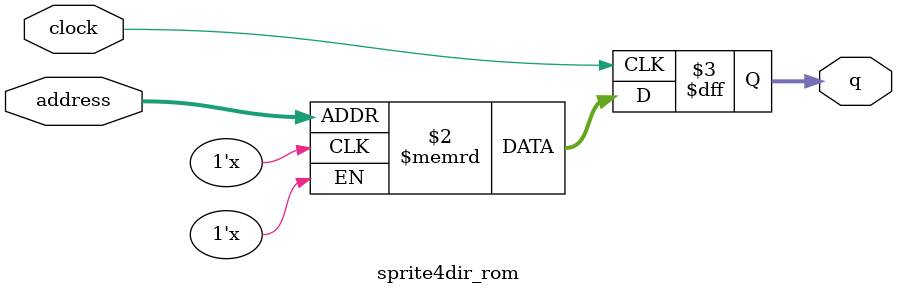
<source format=sv>
module sprite4dir_rom (
	input logic clock,
	input logic [9:0] address,
	output logic [3:0] q
);

logic [3:0] memory [0:1063] /* synthesis ram_init_file = "./sprite4dir/sprite4dir.mif" */;

always_ff @ (posedge clock) begin
	q <= memory[address];
end

endmodule

</source>
